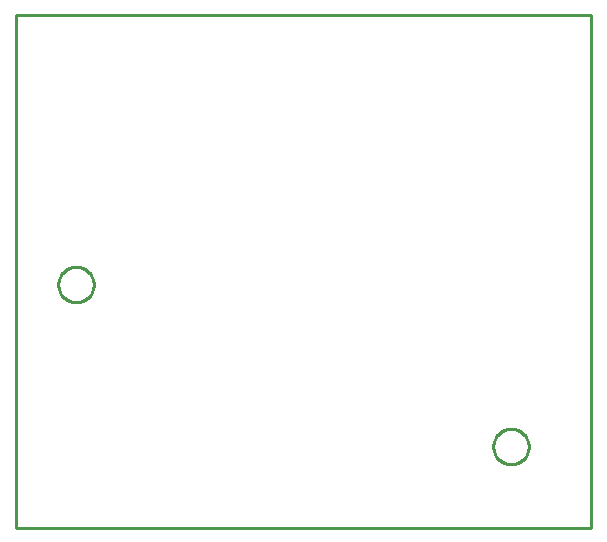
<source format=gbr>
G04 EAGLE Gerber RS-274X export*
G75*
%MOMM*%
%FSLAX34Y34*%
%LPD*%
%IN*%
%IPPOS*%
%AMOC8*
5,1,8,0,0,1.08239X$1,22.5*%
G01*
%ADD10C,0.254000*%


D10*
X38100Y111760D02*
X525020Y111760D01*
X525020Y546000D01*
X38100Y546100D01*
X38100Y111760D01*
X472200Y179804D02*
X472124Y178736D01*
X471971Y177675D01*
X471743Y176628D01*
X471441Y175600D01*
X471067Y174596D01*
X470622Y173621D01*
X470108Y172681D01*
X469529Y171780D01*
X468887Y170922D01*
X468185Y170112D01*
X467428Y169355D01*
X466618Y168653D01*
X465760Y168011D01*
X464859Y167432D01*
X463919Y166918D01*
X462944Y166473D01*
X461940Y166099D01*
X460912Y165797D01*
X459865Y165569D01*
X458804Y165416D01*
X457736Y165340D01*
X456664Y165340D01*
X455596Y165416D01*
X454535Y165569D01*
X453488Y165797D01*
X452460Y166099D01*
X451456Y166473D01*
X450481Y166918D01*
X449541Y167432D01*
X448640Y168011D01*
X447782Y168653D01*
X446972Y169355D01*
X446215Y170112D01*
X445513Y170922D01*
X444871Y171780D01*
X444292Y172681D01*
X443778Y173621D01*
X443333Y174596D01*
X442959Y175600D01*
X442657Y176628D01*
X442429Y177675D01*
X442276Y178736D01*
X442200Y179804D01*
X442200Y180876D01*
X442276Y181944D01*
X442429Y183005D01*
X442657Y184052D01*
X442959Y185080D01*
X443333Y186084D01*
X443778Y187059D01*
X444292Y187999D01*
X444871Y188900D01*
X445513Y189758D01*
X446215Y190568D01*
X446972Y191325D01*
X447782Y192027D01*
X448640Y192669D01*
X449541Y193248D01*
X450481Y193762D01*
X451456Y194207D01*
X452460Y194581D01*
X453488Y194883D01*
X454535Y195111D01*
X455596Y195264D01*
X456664Y195340D01*
X457736Y195340D01*
X458804Y195264D01*
X459865Y195111D01*
X460912Y194883D01*
X461940Y194581D01*
X462944Y194207D01*
X463919Y193762D01*
X464859Y193248D01*
X465760Y192669D01*
X466618Y192027D01*
X467428Y191325D01*
X468185Y190568D01*
X468887Y189758D01*
X469529Y188900D01*
X470108Y187999D01*
X470622Y187059D01*
X471067Y186084D01*
X471441Y185080D01*
X471743Y184052D01*
X471971Y183005D01*
X472124Y181944D01*
X472200Y180876D01*
X472200Y179804D01*
X103900Y316964D02*
X103824Y315896D01*
X103671Y314835D01*
X103443Y313788D01*
X103141Y312760D01*
X102767Y311756D01*
X102322Y310781D01*
X101808Y309841D01*
X101229Y308940D01*
X100587Y308082D01*
X99885Y307272D01*
X99128Y306515D01*
X98318Y305813D01*
X97460Y305171D01*
X96559Y304592D01*
X95619Y304078D01*
X94644Y303633D01*
X93640Y303259D01*
X92612Y302957D01*
X91565Y302729D01*
X90504Y302576D01*
X89436Y302500D01*
X88364Y302500D01*
X87296Y302576D01*
X86235Y302729D01*
X85188Y302957D01*
X84160Y303259D01*
X83156Y303633D01*
X82181Y304078D01*
X81241Y304592D01*
X80340Y305171D01*
X79482Y305813D01*
X78672Y306515D01*
X77915Y307272D01*
X77213Y308082D01*
X76571Y308940D01*
X75992Y309841D01*
X75478Y310781D01*
X75033Y311756D01*
X74659Y312760D01*
X74357Y313788D01*
X74129Y314835D01*
X73976Y315896D01*
X73900Y316964D01*
X73900Y318036D01*
X73976Y319104D01*
X74129Y320165D01*
X74357Y321212D01*
X74659Y322240D01*
X75033Y323244D01*
X75478Y324219D01*
X75992Y325159D01*
X76571Y326060D01*
X77213Y326918D01*
X77915Y327728D01*
X78672Y328485D01*
X79482Y329187D01*
X80340Y329829D01*
X81241Y330408D01*
X82181Y330922D01*
X83156Y331367D01*
X84160Y331741D01*
X85188Y332043D01*
X86235Y332271D01*
X87296Y332424D01*
X88364Y332500D01*
X89436Y332500D01*
X90504Y332424D01*
X91565Y332271D01*
X92612Y332043D01*
X93640Y331741D01*
X94644Y331367D01*
X95619Y330922D01*
X96559Y330408D01*
X97460Y329829D01*
X98318Y329187D01*
X99128Y328485D01*
X99885Y327728D01*
X100587Y326918D01*
X101229Y326060D01*
X101808Y325159D01*
X102322Y324219D01*
X102767Y323244D01*
X103141Y322240D01*
X103443Y321212D01*
X103671Y320165D01*
X103824Y319104D01*
X103900Y318036D01*
X103900Y316964D01*
M02*

</source>
